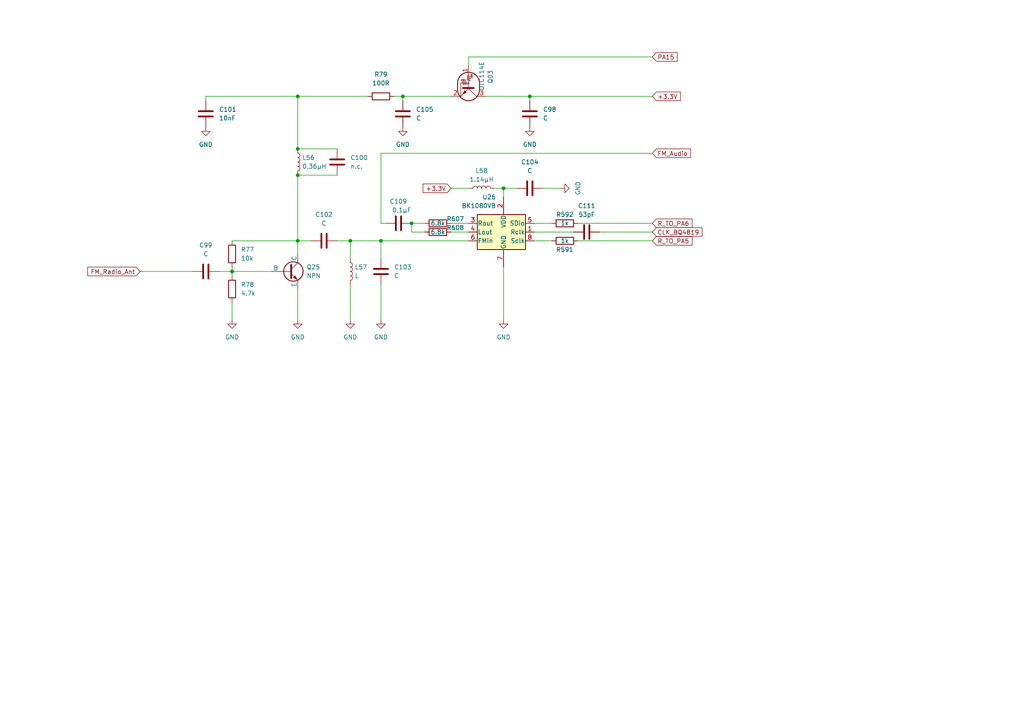
<source format=kicad_sch>
(kicad_sch (version 20230121) (generator eeschema)
  (paper "A4")
  (title_block (title "UV-K5 FM Radio") (date "2023-09-16") (rev "ludwich") (comment 1 "BK1080VB"))
  (lib_symbols
    (symbol "Device:C" (pin_numbers hide) (pin_names (offset 0.254))
      (property "Reference" "C" (at 0.635 2.54 0))
      (property "Value" "C" (at 0.635 -2.54 0))
      (symbol "C_0_1"
        (polyline (pts (xy -2.032 -0.762) (xy 2.032 -0.762)) (stroke (width 0.508)))
        (polyline (pts (xy -2.032 0.762) (xy 2.032 0.762)) (stroke (width 0.508)))
      )
      (symbol "C_1_1"
        (pin passive line (at 0 3.81 270) (length 2.794) (name "~") (number "1"))
        (pin passive line (at 0 -3.81 90) (length 2.794) (name "~") (number "2"))
      )
    )
    (symbol "Device:L" (pin_numbers hide) (pin_names (offset 1.016) hide)
      (property "Reference" "L" (at -1.27 0 90))
      (property "Value" "L" (at 1.905 0 90))
      (symbol "L_0_1"
        (arc (start 0 -2.54) (mid 0.6323 -1.905) (end 0 -1.27))
        (arc (start 0 -1.27) (mid 0.6323 -0.635) (end 0 0))
        (arc (start 0 0) (mid 0.6323 0.635) (end 0 1.27))
        (arc (start 0 1.27) (mid 0.6323 1.905) (end 0 2.54))
      )
      (symbol "L_1_1"
        (pin passive line (at 0 3.81 270) (length 1.27) (name "1") (number "1"))
        (pin passive line (at 0 -3.81 90) (length 1.27) (name "2") (number "2"))
      )
    )
    (symbol "Device:R" (pin_numbers hide) (pin_names (offset 0))
      (property "Reference" "R" (at 2.032 0 90))
      (property "Value" "R" (at 0 0 90))
      (symbol "R_0_1"
        (rectangle (start -1.016 -2.54) (end 1.016 2.54) (stroke (width 0.254)))
      )
      (symbol "R_1_1"
        (pin passive line (at 0 3.81 270) (length 1.27) (name "~") (number "1"))
        (pin passive line (at 0 -3.81 90) (length 1.27) (name "~") (number "2"))
      )
    )
    (symbol "Simulation_SPICE:NPN" (pin_numbers hide) (pin_names (offset 0))
      (property "Reference" "Q" (at -2.54 7.62 0))
      (property "Value" "NPN" (at -2.54 5.08 0))
      (symbol "NPN_0_1"
        (polyline (pts (xy -2.54 0) (xy 0.635 0)) (stroke (width 0.1524)))
        (polyline (pts (xy 0.635 0.635) (xy 2.54 2.54)))
        (polyline (pts (xy 2.794 -1.27) (xy 2.794 -1.27)) (stroke (width 0.1524)))
        (polyline (pts (xy 2.794 -1.27) (xy 2.794 -1.27)) (stroke (width 0.1524)))
        (polyline (pts (xy 0.635 -0.635) (xy 2.54 -2.54) (xy 2.54 -2.54)))
        (polyline (pts (xy 0.635 1.905) (xy 0.635 -1.905) (xy 0.635 -1.905)) (stroke (width 0.508)))
        (polyline (pts (xy 1.27 -1.778) (xy 1.778 -1.27) (xy 2.286 -2.286) (xy 1.27 -1.778) (xy 1.27 -1.778)) (fill (type outline)))
        (circle (center 1.27 0) (radius 2.8194) (stroke (width 0.254)))
      )
      (symbol "NPN_1_1"
        (pin open_collector line (at 2.54 5.08 270) (length 2.54) (name "C") (number "1"))
        (pin input line (at -5.08 0 0) (length 2.54) (name "B") (number "2"))
        (pin open_emitter line (at 2.54 -5.08 90) (length 2.54) (name "E") (number "3"))
      )
    )
    (symbol "UV-K5:BK1080VB" (pin_names (offset 0.127))
      (property "Reference" "U" (at 1.27 8.89 0))
      (property "Value" "BK1080VB" (at 5.08 6.35 0))
      (symbol "BK1080VB_0_1"
        (rectangle (start -6.35 5.08) (end 7.62 -5.08) (stroke (width 0.254)) (fill (type background)))
      )
      (symbol "BK1080VB_1_1"
        (pin input line (at -8.89 0 0) (length 2.54) (name "Rclk") (number "1"))
        (pin power_in line (at 0 10.16 270) (length 5.08) (name "VDD") (number "2"))
        (pin output line (at 10.16 2.54 180) (length 2.54) (name "Rout") (number "3"))
        (pin output line (at 10.16 0 180) (length 2.54) (name "Lout") (number "4"))
        (pin input line (at -8.89 2.54 0) (length 2.54) (name "SDio") (number "5"))
        (pin input line (at 10.16 -2.54 180) (length 2.54) (name "FMin") (number "6"))
        (pin power_in line (at 0 -10.16 90) (length 5.08) (name "GND") (number "7"))
        (pin input line (at -8.89 -2.54 0) (length 2.54) (name "Sclk") (number "8"))
      )
    )
    (symbol "UV-K5:DTC114E" (pin_names (offset 0) hide)
      (property "Reference" "Q" (at 5.08 1.905 0))
      (property "Value" "DTC114E" (at 5.08 0 0))
      (symbol "DTC114E_0_0"
        (text "10k" (at -3.302 0.889 0) (effects (font (size 0.508 0.508))))
        (text "10k" (at -2.159 -1.524 900) (effects (font (size 0.508 0.508))))
      )
      (symbol "DTC114E_0_1"
        (circle (center -1.27 0) (radius 0.127))
        (arc (start -1.27 3.175) (mid -4.4312 0) (end -1.27 -3.175) (stroke (width 0.254)))
        (polyline (pts (xy -3.429 0) (xy -3.81 0)))
        (polyline (pts (xy -1.27 -3.175) (xy 0.635 -3.175)) (stroke (width 0.254)))
        (polyline (pts (xy -1.27 3.175) (xy 0.635 3.175)) (stroke (width 0.254)))
        (polyline (pts (xy 0 -0.254) (xy 2.54 2.286)))
        (polyline (pts (xy 0.127 1.524) (xy 0.127 -1.651)) (stroke (width 0.508)) (fill (type outline)))
        (polyline (pts (xy 2.54 2.286) (xy 2.54 2.54)))
        (polyline (pts (xy 2.54 -2.286) (xy 0 0.254) (xy 0 0.254)))
        (polyline (pts (xy 0.889 -1.143) (xy 1.397 -0.635) (xy 1.905 -1.651) (xy 0.889 -1.143)) (fill (type outline)))
        (polyline (pts (xy 0 0) (xy -1.905 0) (xy -2.032 0.508) (xy -2.286 -0.508) (xy -2.54 0.508) (xy -2.794 -0.508) (xy -3.048 0.508) (xy -3.302 -0.508) (xy -3.429 0)))
        (polyline (pts (xy -1.27 0) (xy -1.27 -0.381) (xy -0.762 -0.508) (xy -1.778 -0.762) (xy -0.762 -1.016) (xy -1.778 -1.27) (xy -0.762 -1.524) (xy -1.778 -1.778) (xy -1.27 -1.905) (xy -1.27 -2.286) (xy 2.54 -2.286)))
        (arc (start 0.635 -3.175) (mid 3.7962 0) (end 0.635 3.175) (stroke (width 0.254)))
        (circle (center 2.54 -2.286) (radius 0.127))
      )
      (symbol "DTC114E_1_1"
        (pin input line (at -6.35 0 0) (length 2.54) (name "B") (number "1"))
        (pin passive line (at 2.54 -5.08 90) (length 2.54) (name "E") (number "2"))
        (pin passive line (at 2.54 5.08 270) (length 2.54) (name "C") (number "3"))
      )
    )
    (symbol "power:GND" (power) (pin_names (offset 0))
      (property "Value" "GND" (at 0 -3.81 0))
      (symbol "GND_0_1"
        (polyline (pts (xy 0 0) (xy 0 -1.27) (xy 1.27 -1.27) (xy 0 -2.54) (xy -1.27 -1.27) (xy 0 -1.27)))
      )
      (symbol "GND_1_1"
        (pin power_in line (at 0 0 270) (length 0) hide (name "GND") (number "1"))
      )
    )
  )
  (junction (at 67.31 78.74))
  (junction (at 146.05 54.61))
  (junction (at 86.36 43.18))
  (junction (at 116.84 27.94))
  (junction (at 86.36 50.8))
  (junction (at 86.36 69.85))
  (junction (at 110.49 69.85))
  (junction (at 86.36 27.94))
  (junction (at 119.38 64.77))
  (junction (at 153.67 27.94))
  (junction (at 101.6 69.85))
  (wire (pts (xy 110.49 82.55) (xy 110.49 92.71)))
  (wire (pts (xy 67.31 78.74) (xy 67.31 80.01)))
  (wire (pts (xy 146.05 54.61) (xy 149.86 54.61)))
  (wire (pts (xy 135.89 16.51) (xy 189.23 16.51)))
  (wire (pts (xy 114.3 27.94) (xy 116.84 27.94)))
  (wire (pts (xy 97.79 69.85) (xy 101.6 69.85)))
  (wire (pts (xy 86.36 50.8) (xy 86.36 69.85)))
  (wire (pts (xy 86.36 27.94) (xy 106.68 27.94)))
  (wire (pts (xy 59.69 27.94) (xy 59.69 29.21)))
  (wire (pts (xy 59.69 27.94) (xy 86.36 27.94)))
  (wire (pts (xy 130.81 64.77) (xy 135.89 64.77)))
  (wire (pts (xy 153.67 29.21) (xy 153.67 27.94)))
  (wire (pts (xy 63.5 78.74) (xy 67.31 78.74)))
  (wire (pts (xy 143.51 54.61) (xy 146.05 54.61)))
  (wire (pts (xy 67.31 87.63) (xy 67.31 92.71)))
  (wire (pts (xy 130.81 54.61) (xy 135.89 54.61)))
  (wire (pts (xy 40.64 78.74) (xy 55.88 78.74)))
  (wire (pts (xy 146.05 54.61) (xy 146.05 57.15)))
  (wire (pts (xy 123.19 67.31) (xy 119.38 67.31)))
  (wire (pts (xy 86.36 43.18) (xy 97.79 43.18)))
  (wire (pts (xy 167.64 64.77) (xy 189.23 64.77)))
  (wire (pts (xy 154.94 64.77) (xy 160.02 64.77)))
  (wire (pts (xy 86.36 83.82) (xy 86.36 92.71)))
  (wire (pts (xy 110.49 44.45) (xy 110.49 64.77)))
  (wire (pts (xy 86.36 69.85) (xy 90.17 69.85)))
  (wire (pts (xy 86.36 69.85) (xy 86.36 73.66)))
  (wire (pts (xy 86.36 50.8) (xy 97.79 50.8)))
  (wire (pts (xy 110.49 64.77) (xy 111.76 64.77)))
  (wire (pts (xy 101.6 69.85) (xy 110.49 69.85)))
  (wire (pts (xy 116.84 27.94) (xy 130.81 27.94)))
  (wire (pts (xy 67.31 78.74) (xy 78.74 78.74)))
  (wire (pts (xy 67.31 77.47) (xy 67.31 78.74)))
  (wire (pts (xy 130.81 67.31) (xy 135.89 67.31)))
  (wire (pts (xy 154.94 69.85) (xy 160.02 69.85)))
  (wire (pts (xy 173.99 67.31) (xy 189.23 67.31)))
  (wire (pts (xy 135.89 19.05) (xy 135.89 16.51)))
  (wire (pts (xy 110.49 69.85) (xy 135.89 69.85)))
  (wire (pts (xy 154.94 67.31) (xy 166.37 67.31)))
  (wire (pts (xy 146.05 77.47) (xy 146.05 92.71)))
  (wire (pts (xy 67.31 69.85) (xy 86.36 69.85)))
  (wire (pts (xy 110.49 69.85) (xy 110.49 74.93)))
  (wire (pts (xy 189.23 44.45) (xy 110.49 44.45)))
  (wire (pts (xy 116.84 27.94) (xy 116.84 29.21)))
  (wire (pts (xy 140.97 27.94) (xy 153.67 27.94)))
  (wire (pts (xy 86.36 27.94) (xy 86.36 43.18)))
  (wire (pts (xy 119.38 64.77) (xy 123.19 64.77)))
  (wire (pts (xy 153.67 27.94) (xy 189.23 27.94)))
  (wire (pts (xy 119.38 64.77) (xy 119.38 67.31)))
  (wire (pts (xy 157.48 54.61) (xy 162.56 54.61)))
  (wire (pts (xy 101.6 82.55) (xy 101.6 92.71)))
  (wire (pts (xy 167.64 69.85) (xy 189.23 69.85)))
  (wire (pts (xy 101.6 69.85) (xy 101.6 74.93)))
  (global_label "R_TO_PA6" (shape input) (at 189.23 64.77 0) (property "Intersheetrefs" "${INTERSHEET_REFS}" (at 201.2866 64.77 0) (effects (justify left))))
  (global_label "CLK_BQ4819" (shape input) (at 189.23 67.31 0) (property "Intersheetrefs" "${INTERSHEET_REFS}" (at 204.1894 67.31 0) (effects (justify left))))
  (global_label "+3.3V" (shape input) (at 189.23 27.94 0) (property "Intersheetrefs" "${INTERSHEET_REFS}" (at 197.9 27.94 0) (effects (justify left))))
  (global_label "FM_Radio_Ant" (shape input) (at 40.64 78.74 180) (property "Intersheetrefs" "${INTERSHEET_REFS}" (at 24.8945 78.74 0) (effects (justify right))))
  (global_label "PA15" (shape input) (at 189.23 16.51 0) (property "Intersheetrefs" "${INTERSHEET_REFS}" (at 196.9928 16.51 0) (effects (justify left))))
  (global_label "FM_Audio" (shape input) (at 189.23 44.45 0) (property "Intersheetrefs" "${INTERSHEET_REFS}" (at 200.8632 44.45 0) (effects (justify left))))
  (global_label "+3.3V" (shape input) (at 130.81 54.61 180) (property "Intersheetrefs" "${INTERSHEET_REFS}" (at 122.14 54.61 0) (effects (justify right))))
  (global_label "R_TO_PA5" (shape input) (at 189.23 69.85 0) (property "Intersheetrefs" "${INTERSHEET_REFS}" (at 201.2866 69.85 0) (effects (justify left))))
  (symbol (lib_id "Device:R") (at 127 67.31 90) (unit 1)
    (property "Reference" "R608" (at 132.08 66.04 90))
    (property "Value" "6.8k" (at 127 67.31 90))
  )
  (symbol (lib_id "power:GND") (at 146.05 92.71 0) (unit 1)
    (property "Reference" "#PWR0149" (effects hide))
    (property "Value" "GND" (at 146.05 97.79 0))
  )
  (symbol (lib_id "power:GND") (at 153.67 36.83 0) (unit 1)
    (property "Reference" "#PWR0153" (effects hide))
    (property "Value" "GND" (at 153.67 41.91 0))
  )
  (symbol (lib_id "power:GND") (at 67.31 92.71 0) (unit 1)
    (property "Reference" "#PWR0144" (effects hide))
    (property "Value" "GND" (at 67.31 97.79 0))
  )
  (symbol (lib_id "power:GND") (at 59.69 36.83 0) (unit 1)
    (property "Reference" "#PWR0146" (effects hide))
    (property "Value" "GND" (at 59.69 41.91 0))
  )
  (symbol (lib_id "Device:L") (at 101.6 78.74 0) (unit 1)
    (property "Reference" "L57" (at 102.87 77.47 0) (effects (justify left)))
    (property "Value" "L" (at 102.87 80.01 0) (effects (justify left)))
  )
  (symbol (lib_id "Device:R") (at 127 64.77 90) (unit 1)
    (property "Reference" "R607" (at 132.08 63.5 90))
    (property "Value" "6.8k" (at 127 64.77 90))
  )
  (symbol (lib_id "power:GND") (at 162.56 54.61 90) (unit 1)
    (property "Reference" "#PWR0150" (effects hide))
    (property "Value" "GND" (at 167.64 54.61 0))
  )
  (symbol (lib_id "Device:R") (at 163.83 69.85 90) (unit 1)
    (property "Reference" "R591" (at 163.83 72.39 90))
    (property "Value" "1k" (at 163.83 69.85 90))
  )
  (symbol (lib_id "power:GND") (at 86.36 92.71 0) (unit 1)
    (property "Reference" "#PWR0145" (effects hide))
    (property "Value" "GND" (at 86.36 97.79 0))
  )
  (symbol (lib_id "Device:C") (at 116.84 33.02 0) (unit 1)
    (property "Reference" "C105" (at 120.65 31.75 0) (effects (justify left)))
    (property "Value" "C" (at 120.65 34.29 0) (effects (justify left)))
  )
  (symbol (lib_id "Simulation_SPICE:NPN") (at 83.82 78.74 0) (unit 1)
    (property "Reference" "Q25" (at 88.9 77.47 0) (effects (justify left)))
    (property "Value" "NPN" (at 88.9 80.01 0) (effects (justify left)))
    (property "Sim.Device" "NPN" (effects hide))
    (property "Sim.Type" "GUMMELPOON" (effects hide))
    (property "Sim.Pins" "1=C 2=B 3=E" (effects hide))
  )
  (symbol (lib_id "Device:C") (at 153.67 33.02 0) (unit 1)
    (property "Reference" "C98" (at 157.48 31.75 0) (effects (justify left)))
    (property "Value" "C" (at 157.48 34.29 0) (effects (justify left)))
  )
  (symbol (lib_id "Device:C") (at 110.49 78.74 0) (unit 1)
    (property "Reference" "C103" (at 114.3 77.47 0) (effects (justify left)))
    (property "Value" "C" (at 114.3 80.01 0) (effects (justify left)))
  )
  (symbol (lib_id "Device:L") (at 86.36 46.99 0) (unit 1)
    (property "Reference" "L56" (at 87.63 45.72 0) (effects (justify left)))
    (property "Value" "0,36µH" (at 87.63 48.26 0) (effects (justify left)))
  )
  (symbol (lib_id "Device:R") (at 110.49 27.94 90) (unit 1)
    (property "Reference" "R79" (at 110.49 21.59 90))
    (property "Value" "100R" (at 110.49 24.13 90))
  )
  (symbol (lib_id "Device:C") (at 97.79 46.99 0) (unit 1)
    (property "Reference" "C100" (at 101.6 45.72 0) (effects (justify left)))
    (property "Value" "n.c." (at 101.6 48.26 0) (effects (justify left)))
  )
  (symbol (lib_id "UV-K5:BK1080VB") (at 146.05 67.31 0) (mirror y) (unit 1)
    (property "Reference" "U26" (at 143.8559 57.15 0) (effects (justify left)))
    (property "Value" "BK1080VB" (at 143.8559 59.69 0) (effects (justify left)))
    (property "Footprint" "Package_SO:SOP-8_3.9x4.9mm_P1.27mm" (effects hide))
  )
  (symbol (lib_id "Device:C") (at 59.69 78.74 90) (unit 1)
    (property "Reference" "C99" (at 59.69 71.12 90))
    (property "Value" "C" (at 59.69 73.66 90))
  )
  (symbol (lib_id "Device:R") (at 67.31 83.82 0) (unit 1)
    (property "Reference" "R78" (at 69.85 82.55 0) (effects (justify left)))
    (property "Value" "4.7k" (at 69.85 85.09 0) (effects (justify left)))
  )
  (symbol (lib_id "power:GND") (at 101.6 92.71 0) (unit 1)
    (property "Reference" "#PWR0147" (effects hide))
    (property "Value" "GND" (at 101.6 97.79 0))
  )
  (symbol (lib_id "UV-K5:DTC114E") (at 135.89 25.4 270) (unit 1)
    (property "Reference" "Q03" (at 142.24 20.32 0) (effects (justify left)))
    (property "Value" "DTC114E" (at 139.7 17.78 0) (effects (justify left)))
    (instances (project "UVK5_reversing" (path "" (reference "Q03") (unit 1)) (path "" (reference "Q33") (unit 1))))
  )
  (symbol (lib_id "Device:C") (at 170.18 67.31 90) (unit 1)
    (property "Reference" "C111" (at 170.18 59.69 90))
    (property "Value" "53pF" (at 170.18 62.23 90))
  )
  (symbol (lib_id "Device:C") (at 59.69 33.02 0) (unit 1)
    (property "Reference" "C101" (at 63.5 31.75 0) (effects (justify left)))
    (property "Value" "10nF" (at 63.5 34.29 0) (effects (justify left)))
  )
  (symbol (lib_id "power:GND") (at 116.84 36.83 0) (unit 1)
    (property "Reference" "#PWR0151" (effects hide))
    (property "Value" "GND" (at 116.84 41.91 0))
  )
  (symbol (lib_id "Device:C") (at 115.57 64.77 90) (unit 1)
    (property "Reference" "C109" (at 118.11 58.42 90) (effects (justify left)))
    (property "Value" "0,1µF" (at 119.38 60.96 90) (effects (justify left)))
  )
  (symbol (lib_id "Device:C") (at 93.98 69.85 90) (unit 1)
    (property "Reference" "C102" (at 93.98 62.23 90))
    (property "Value" "C" (at 93.98 64.77 90))
  )
  (symbol (lib_id "Device:L") (at 139.7 54.61 90) (unit 1)
    (property "Reference" "L58" (at 139.7 49.53 90))
    (property "Value" "1.14µH" (at 139.7 52.07 90))
  )
  (symbol (lib_id "power:GND") (at 110.49 92.71 0) (unit 1)
    (property "Reference" "#PWR0148" (effects hide))
    (property "Value" "GND" (at 110.49 97.79 0))
  )
  (symbol (lib_id "Device:R") (at 67.31 73.66 0) (unit 1)
    (property "Reference" "R77" (at 69.85 72.39 0) (effects (justify left)))
    (property "Value" "10k" (at 69.85 74.93 0) (effects (justify left)))
  )
  (symbol (lib_id "Device:C") (at 153.67 54.61 90) (unit 1)
    (property "Reference" "C104" (at 153.67 46.99 90))
    (property "Value" "C" (at 153.67 49.53 90))
  )
  (symbol (lib_id "Device:R") (at 163.83 64.77 90) (unit 1)
    (property "Reference" "R592" (at 163.83 62.23 90))
    (property "Value" "1k" (at 163.83 64.77 90))
  )
)
</source>
